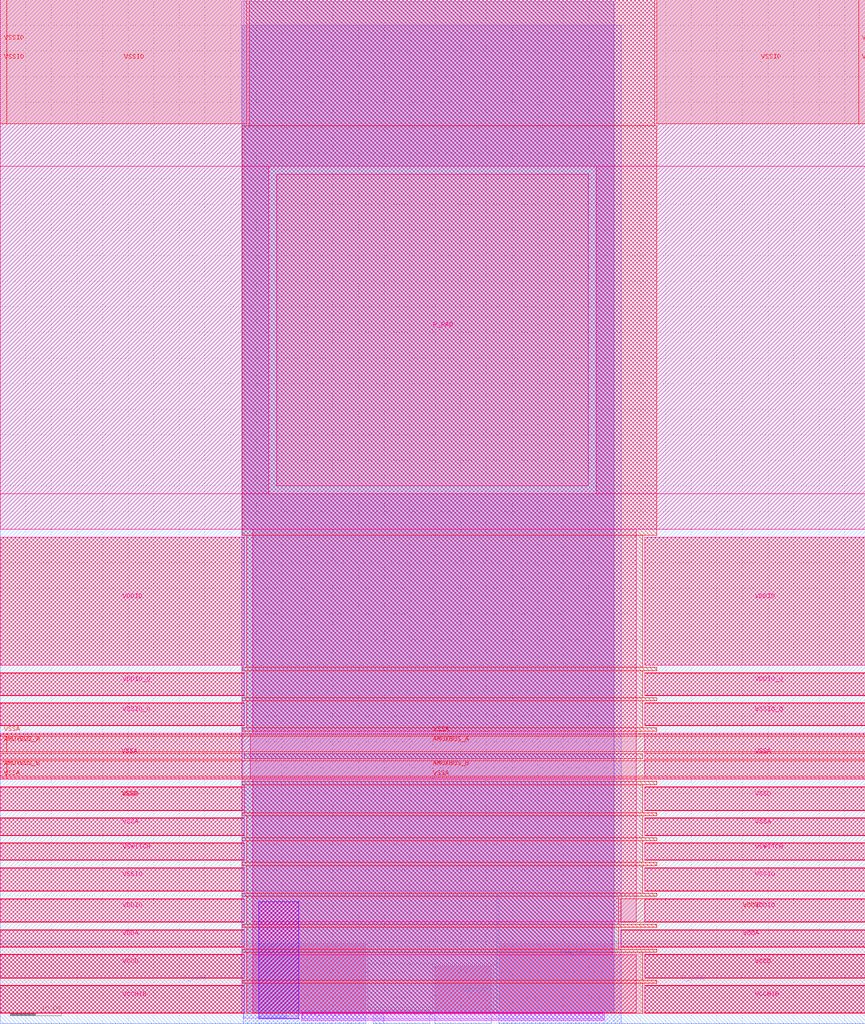
<source format=lef>
VERSION 5.7 ;
  NOWIREEXTENSIONATPIN ON ;
  DIVIDERCHAR "/" ;
  BUSBITCHARS "[]" ;
MACRO sky130_ef_io__top_power_hvc
  CLASS PAD POWER ;
  FOREIGN sky130_ef_io__top_power_hvc ;
  ORIGIN 0.000 -47.000 ;
  SIZE 169.000 BY 197.965 ;
  PIN AMUXBUS_A
    DIRECTION INOUT ;
    USE SIGNAL ;
    PORT
      LAYER met4 ;
        RECT 0.000 98.090 169.000 101.070 ;
    END
    PORT
      LAYER met4 ;
        RECT 0.000 98.090 1.270 101.070 ;
    END
  END AMUXBUS_A
  PIN AMUXBUS_B
    DIRECTION INOUT ;
    USE SIGNAL ;
    PORT
      LAYER met4 ;
        RECT 0.000 93.330 169.000 96.310 ;
    END
    PORT
      LAYER met4 ;
        RECT 0.000 93.330 1.270 96.310 ;
    END
  END AMUXBUS_B
  PIN DRN_HVC
    DIRECTION INOUT ;
    USE POWER ;
    PORT
      LAYER met2 ;
        RECT 97.390 44.965 121.290 70.625 ;
    END
    PORT
      LAYER met3 ;
        RECT 84.890 44.965 95.890 56.295 ;
    END
  END DRN_HVC
  PIN P_CORE
    DIRECTION INOUT ;
    USE POWER ;
    PORT
      LAYER met3 ;
        RECT 0.000 44.965 71.395 60.650 ;
    END
    PORT
      LAYER met3 ;
        RECT 97.390 44.965 169.000 60.650 ;
    END
  END P_CORE
  PIN P_PAD
    DIRECTION INOUT ;
    USE POWER ;
    PORT
      LAYER met5 ;
        RECT 54.050 150.085 114.890 210.910 ;
    END
  END P_PAD
  PIN SRC_BDY_HVC
    DIRECTION INOUT ;
    USE GROUND ;
    PORT
      LAYER met2 ;
        RECT 47.495 44.965 71.395 47.020 ;
    END
    PORT
      LAYER met3 ;
        RECT 72.895 44.965 83.895 47.690 ;
    END
  END SRC_BDY_HVC
  PIN VSSA
    DIRECTION INOUT ;
    USE GROUND ;
    PORT
      LAYER met5 ;
        RECT 125.885 92.700 169.000 101.700 ;
    END
    PORT
      LAYER met5 ;
        RECT 125.885 81.800 169.000 85.050 ;
    END
    PORT
      LAYER met4 ;
        RECT 125.885 96.610 169.000 97.790 ;
    END
    PORT
      LAYER met4 ;
        RECT 0.000 101.370 169.000 101.700 ;
    END
    PORT
      LAYER met4 ;
        RECT 0.000 92.700 169.000 93.030 ;
    END
    PORT
      LAYER met4 ;
        RECT 125.885 81.700 169.000 85.150 ;
    END
    PORT
      LAYER met5 ;
        RECT 0.000 92.700 47.240 101.700 ;
    END
    PORT
      LAYER met5 ;
        RECT 0.000 81.800 47.715 85.050 ;
    END
    PORT
      LAYER met4 ;
        RECT 0.000 92.700 1.270 93.030 ;
    END
    PORT
      LAYER met4 ;
        RECT 0.000 96.610 47.240 97.790 ;
    END
    PORT
      LAYER met4 ;
        RECT 0.000 101.370 1.270 101.700 ;
    END
    PORT
      LAYER met4 ;
        RECT 0.000 81.700 47.715 85.150 ;
    END
  END VSSA
  PIN VDDA
    DIRECTION INOUT ;
    USE POWER ;
    PORT
      LAYER met5 ;
        RECT 121.205 60.000 169.000 63.250 ;
    END
    PORT
      LAYER met4 ;
        RECT 121.205 59.900 169.000 63.350 ;
    END
    PORT
      LAYER met5 ;
        RECT 0.000 60.000 47.715 63.250 ;
    END
    PORT
      LAYER met4 ;
        RECT 0.000 59.900 47.715 63.350 ;
    END
  END VDDA
  PIN VSWITCH
    DIRECTION INOUT ;
    USE POWER ;
    PORT
      LAYER met5 ;
        RECT 125.885 76.950 169.000 80.200 ;
    END
    PORT
      LAYER met4 ;
        RECT 125.885 76.850 169.000 80.300 ;
    END
    PORT
      LAYER met5 ;
        RECT 0.000 76.950 47.715 80.200 ;
    END
    PORT
      LAYER met4 ;
        RECT 0.000 76.850 47.715 80.300 ;
    END
  END VSWITCH
  PIN VDDIO_Q
    DIRECTION INOUT ;
    USE POWER ;
    PORT
      LAYER met5 ;
        RECT 125.885 109.150 169.000 113.400 ;
    END
    PORT
      LAYER met4 ;
        RECT 125.885 109.050 169.000 113.500 ;
    END
    PORT
      LAYER met5 ;
        RECT 0.000 109.150 47.715 113.400 ;
    END
    PORT
      LAYER met4 ;
        RECT 0.000 109.050 47.715 113.500 ;
    END
  END VDDIO_Q
  PIN VCCHIB
    DIRECTION INOUT ;
    USE POWER ;
    PORT
      LAYER met5 ;
        RECT 125.885 47.100 169.000 52.350 ;
    END
    PORT
      LAYER met4 ;
        RECT 125.885 47.000 169.000 52.450 ;
    END
    PORT
      LAYER met5 ;
        RECT 0.000 47.100 47.715 52.350 ;
    END
    PORT
      LAYER met4 ;
        RECT 0.000 47.000 47.715 52.450 ;
    END
  END VCCHIB
  PIN VDDIO
    DIRECTION INOUT ;
    USE POWER ;
    PORT
      LAYER met5 ;
        RECT 125.885 115.000 169.000 139.950 ;
    END
    PORT
      LAYER met5 ;
        RECT 125.885 64.850 169.000 69.300 ;
    END
    PORT
      LAYER met4 ;
        RECT 121.205 64.750 169.000 69.400 ;
    END
    PORT
      LAYER met4 ;
        RECT 125.885 115.000 169.000 139.965 ;
    END
    PORT
      LAYER met5 ;
        RECT 0.000 115.000 47.715 139.950 ;
    END
    PORT
      LAYER met5 ;
        RECT 0.000 64.850 47.715 69.300 ;
    END
    PORT
      LAYER met4 ;
        RECT 0.000 64.750 47.715 69.400 ;
    END
    PORT
      LAYER met4 ;
        RECT 0.000 115.000 47.715 139.965 ;
    END
  END VDDIO
  PIN VCCD
    DIRECTION INOUT ;
    USE POWER ;
    PORT
      LAYER met5 ;
        RECT 125.885 53.950 169.000 58.400 ;
    END
    PORT
      LAYER met4 ;
        RECT 125.885 53.850 169.000 58.500 ;
    END
    PORT
      LAYER met5 ;
        RECT 0.000 53.950 47.715 58.400 ;
    END
    PORT
      LAYER met4 ;
        RECT 0.000 53.850 47.715 58.500 ;
    END
  END VCCD
  PIN VSSIO
    DIRECTION INOUT ;
    USE GROUND ;
    PORT
      LAYER met4 ;
        RECT 128.245 220.750 169.000 244.965 ;
    END
    PORT
      LAYER met4 ;
        RECT 168.360 236.565 168.370 236.575 ;
    END
    PORT
      LAYER met5 ;
        RECT 125.885 70.900 169.000 75.350 ;
    END
    PORT
      LAYER met4 ;
        RECT 125.885 70.800 169.000 75.450 ;
    END
    PORT
      LAYER met4 ;
        RECT 167.730 220.750 169.000 244.965 ;
    END
    PORT
      LAYER met4 ;
        RECT 0.000 220.750 48.205 244.965 ;
    END
    PORT
      LAYER met4 ;
        RECT 0.630 236.565 0.640 236.575 ;
    END
    PORT
      LAYER met5 ;
        RECT 0.000 70.900 47.715 75.350 ;
    END
    PORT
      LAYER met4 ;
        RECT 0.000 220.750 1.270 244.965 ;
    END
    PORT
      LAYER met4 ;
        RECT 0.000 70.800 47.715 75.450 ;
    END
  END VSSIO
  PIN VSSD
    DIRECTION INOUT ;
    USE GROUND ;
    PORT
      LAYER met5 ;
        RECT 125.885 86.650 169.000 91.100 ;
    END
    PORT
      LAYER met4 ;
        RECT 125.885 86.550 169.000 91.200 ;
    END
    PORT
      LAYER met5 ;
        RECT 0.000 86.650 47.715 91.100 ;
    END
    PORT
      LAYER met4 ;
        RECT 0.000 86.550 47.250 91.200 ;
    END
  END VSSD
  PIN VSSIO_Q
    DIRECTION INOUT ;
    USE GROUND ;
    PORT
      LAYER met5 ;
        RECT 125.885 103.300 169.000 107.550 ;
    END
    PORT
      LAYER met4 ;
        RECT 125.885 103.200 169.000 107.650 ;
    END
    PORT
      LAYER met5 ;
        RECT 0.000 103.300 47.715 107.550 ;
    END
    PORT
      LAYER met4 ;
        RECT 0.000 103.200 47.715 107.650 ;
    END
  END VSSIO_Q
  OBS
      LAYER pwell ;
        RECT 50.495 45.900 58.285 68.755 ;
      LAYER nwell ;
        RECT 58.860 45.650 117.965 47.170 ;
      LAYER li1 ;
        RECT 47.610 47.000 119.855 244.660 ;
        RECT 47.610 46.030 58.155 47.000 ;
        RECT 59.035 46.885 60.045 47.000 ;
        RECT 116.730 46.885 117.680 47.000 ;
        RECT 59.035 45.935 117.680 46.885 ;
      LAYER met1 ;
        RECT 47.185 47.000 119.915 244.690 ;
        RECT 50.625 46.095 55.855 47.000 ;
        RECT 59.035 46.885 60.350 47.000 ;
        POLYGON 60.350 47.000 60.465 46.885 60.350 46.885 ;
        POLYGON 116.540 47.000 116.540 46.885 116.425 46.885 ;
        RECT 116.540 46.885 117.680 47.000 ;
        RECT 59.035 45.935 117.680 46.885 ;
      LAYER met2 ;
        RECT 47.265 70.905 121.290 240.040 ;
        RECT 47.265 47.300 97.110 70.905 ;
        RECT 71.675 47.000 97.110 47.300 ;
        RECT 72.895 44.965 74.895 46.885 ;
      LAYER met3 ;
        RECT 0.000 61.050 169.000 244.965 ;
        RECT 0.000 60.650 21.535 61.050 ;
        RECT 71.795 56.695 96.990 61.050 ;
        RECT 71.795 48.090 84.490 56.695 ;
        RECT 71.795 47.690 72.495 48.090 ;
        RECT 84.295 47.690 84.490 48.090 ;
        RECT 96.290 47.690 96.990 56.695 ;
      LAYER met4 ;
        RECT 48.605 220.350 127.845 244.965 ;
        RECT 47.240 140.365 128.245 220.350 ;
        RECT 48.115 114.600 125.485 140.365 ;
        RECT 47.240 113.900 128.245 114.600 ;
        RECT 48.115 108.650 125.485 113.900 ;
        RECT 47.240 108.050 128.245 108.650 ;
        RECT 48.115 102.800 125.485 108.050 ;
        RECT 47.240 102.100 128.245 102.800 ;
        RECT 47.640 96.710 125.485 97.690 ;
        RECT 47.240 91.600 128.245 92.300 ;
        RECT 47.650 86.150 125.485 91.600 ;
        RECT 47.240 85.550 128.245 86.150 ;
        RECT 48.115 81.300 125.485 85.550 ;
        RECT 47.240 80.700 128.245 81.300 ;
        RECT 48.115 76.450 125.485 80.700 ;
        RECT 47.240 75.850 128.245 76.450 ;
        RECT 48.115 70.400 125.485 75.850 ;
        RECT 47.240 69.800 128.245 70.400 ;
        RECT 48.115 64.350 120.805 69.800 ;
        RECT 47.240 63.750 128.245 64.350 ;
        RECT 48.115 59.500 120.805 63.750 ;
        RECT 47.240 58.900 128.245 59.500 ;
        RECT 48.115 53.450 125.485 58.900 ;
        RECT 47.240 52.850 128.245 53.450 ;
        RECT 48.115 47.000 125.485 52.850 ;
      LAYER met5 ;
        RECT 0.000 212.510 169.000 244.965 ;
        RECT 0.000 148.485 52.450 212.510 ;
        RECT 116.490 148.485 169.000 212.510 ;
        RECT 0.000 141.550 169.000 148.485 ;
        RECT 49.315 101.700 124.285 141.550 ;
        RECT 48.840 92.700 124.285 101.700 ;
        RECT 49.315 64.850 124.285 92.700 ;
        RECT 49.315 58.400 119.605 64.850 ;
        RECT 49.315 47.100 124.285 58.400 ;
  END
END sky130_ef_io__top_power_hvc
END LIBRARY


</source>
